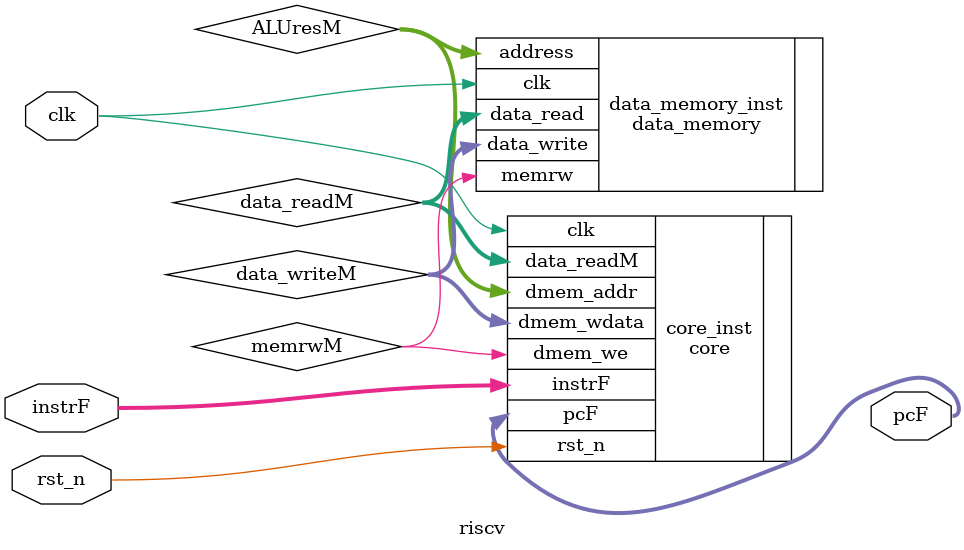
<source format=v>
module riscv (
    input clk,
    input rst_n,
    input [31:0] instrF,

    output [31:0] pcF
);

    wire memrwM;
    wire [31:0] ALUresM, data_writeM, data_readM;

    data_memory data_memory_inst (
        .clk        (clk),
        .memrw      (memrwM),
        .address    (ALUresM),
        .data_write (data_writeM),
        .data_read  (data_readM)
    );

    core core_inst (
        .clk(clk),
        .rst_n(rst_n),
        .instrF(instrF),
        .dmem_we(memrwM),
        .dmem_addr(ALUresM),
        .dmem_wdata(data_writeM),

        .data_readM(data_readM),
        .pcF(pcF)
    );

endmodule
</source>
